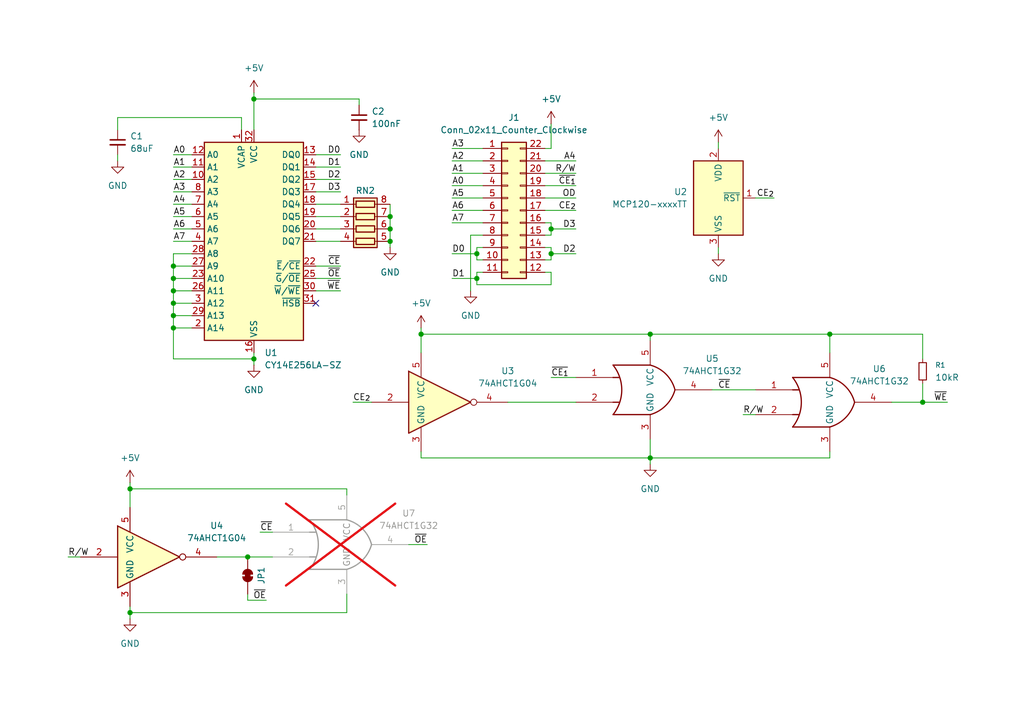
<source format=kicad_sch>
(kicad_sch (version 20250114) (generator "eeschema") (generator_version "9.0")
  (paper "A5")
  (lib_symbols
    (symbol "74xGxx:74AHCT1G04"
      (property "Reference" "U" (at -2.54 3.81 0))
      (property "Value" "74AHCT1G04" (at 0 -3.81 0))
      (symbol "74AHCT1G04_0_1"
        (polyline (pts (xy -7.62 6.35) (xy -7.62 -6.35) (xy 5.08 0) (xy -7.62 6.35)) (stroke (width 0.254)) (fill (type background)))
      )
      (symbol "74AHCT1G04_1_1"
        (pin input line (at -15.24 0 0) (length 7.62) (name "~") (number "2"))
        (pin power_in line (at -5.08 10.16 270) (length 5.08) (name "VCC") (number "5"))
        (pin power_in line (at -5.08 -10.16 90) (length 5.08) (name "GND") (number "3"))
        (pin output inverted (at 12.7 0 180) (length 7.62) (name "~") (number "4"))
      )
    )
    (symbol "74xGxx:74AHCT1G32"
      (property "Reference" "U" (at -2.54 3.81 0))
      (property "Value" "74AHCT1G32" (at 0 -3.81 0))
      (symbol "74AHCT1G32_0_1"
        (arc (start -7.62 5.08) (mid -5.838 0) (end -7.62 -5.08) (stroke (width 0.254)))
        (polyline (pts (xy -7.62 2.54) (xy -6.35 2.54)) (stroke (width 0.254)) (fill (type background)))
        (polyline (pts (xy -7.62 -2.54) (xy -6.35 -2.54)) (stroke (width 0.254)) (fill (type background)))
        (arc (start 5.08 0) (mid 3.202 -3.202) (end 0 -5.08) (stroke (width 0.254)))
        (arc (start 0 5.08) (mid 3.2271 3.2271) (end 5.08 0) (stroke (width 0.254)))
        (polyline (pts (xy 0 5.08) (xy -7.62 5.08)) (stroke (width 0.254)) (fill (type background)))
        (polyline (pts (xy 0 -5.08) (xy -7.62 -5.08)) (stroke (width 0.254)) (fill (type background)))
      )
      (symbol "74AHCT1G32_1_1"
        (pin input line (at -15.24 2.54 0) (length 7.62) (name "~") (number "1"))
        (pin input line (at -15.24 -2.54 0) (length 7.62) (name "~") (number "2"))
        (pin power_in line (at 0 10.16 270) (length 5.08) (name "VCC") (number "5"))
        (pin power_in line (at 0 -10.16 90) (length 5.08) (name "GND") (number "3"))
        (pin output line (at 12.7 0 180) (length 7.62) (name "~") (number "4"))
      )
    )
    (symbol "Connector_Generic:Conn_02x11_Counter_Clockwise" (pin_names (offset 1.016) (hide yes))
      (property "Reference" "J" (at 1.27 15.24 0))
      (property "Value" "Conn_02x11_Counter_Clockwise" (at 1.27 -15.24 0))
      (symbol "Conn_02x11_Counter_Clockwise_1_1"
        (rectangle (start -1.27 13.97) (end 3.81 -13.97) (stroke (width 0.254)) (fill (type background)))
        (rectangle (start -1.27 12.827) (end 0 12.573) (stroke (width 0.1524)))
        (rectangle (start -1.27 10.287) (end 0 10.033) (stroke (width 0.1524)))
        (rectangle (start -1.27 7.747) (end 0 7.493) (stroke (width 0.1524)))
        (rectangle (start -1.27 5.207) (end 0 4.953) (stroke (width 0.1524)))
        (rectangle (start -1.27 2.667) (end 0 2.413) (stroke (width 0.1524)))
        (rectangle (start -1.27 0.127) (end 0 -0.127) (stroke (width 0.1524)))
        (rectangle (start -1.27 -2.413) (end 0 -2.667) (stroke (width 0.1524)))
        (rectangle (start -1.27 -4.953) (end 0 -5.207) (stroke (width 0.1524)))
        (rectangle (start -1.27 -7.493) (end 0 -7.747) (stroke (width 0.1524)))
        (rectangle (start -1.27 -10.033) (end 0 -10.287) (stroke (width 0.1524)))
        (rectangle (start -1.27 -12.573) (end 0 -12.827) (stroke (width 0.1524)))
        (rectangle (start 3.81 12.827) (end 2.54 12.573) (stroke (width 0.1524)))
        (rectangle (start 3.81 10.287) (end 2.54 10.033) (stroke (width 0.1524)))
        (rectangle (start 3.81 7.747) (end 2.54 7.493) (stroke (width 0.1524)))
        (rectangle (start 3.81 5.207) (end 2.54 4.953) (stroke (width 0.1524)))
        (rectangle (start 3.81 2.667) (end 2.54 2.413) (stroke (width 0.1524)))
        (rectangle (start 3.81 0.127) (end 2.54 -0.127) (stroke (width 0.1524)))
        (rectangle (start 3.81 -2.413) (end 2.54 -2.667) (stroke (width 0.1524)))
        (rectangle (start 3.81 -4.953) (end 2.54 -5.207) (stroke (width 0.1524)))
        (rectangle (start 3.81 -7.493) (end 2.54 -7.747) (stroke (width 0.1524)))
        (rectangle (start 3.81 -10.033) (end 2.54 -10.287) (stroke (width 0.1524)))
        (rectangle (start 3.81 -12.573) (end 2.54 -12.827) (stroke (width 0.1524)))
        (pin passive line (at -5.08 12.7 0) (length 3.81) (name "Pin_1") (number "1"))
        (pin passive line (at -5.08 10.16 0) (length 3.81) (name "Pin_2") (number "2"))
        (pin passive line (at -5.08 7.62 0) (length 3.81) (name "Pin_3") (number "3"))
        (pin passive line (at -5.08 5.08 0) (length 3.81) (name "Pin_4") (number "4"))
        (pin passive line (at -5.08 2.54 0) (length 3.81) (name "Pin_5") (number "5"))
        (pin passive line (at -5.08 0 0) (length 3.81) (name "Pin_6") (number "6"))
        (pin passive line (at -5.08 -2.54 0) (length 3.81) (name "Pin_7") (number "7"))
        (pin passive line (at -5.08 -5.08 0) (length 3.81) (name "Pin_8") (number "8"))
        (pin passive line (at -5.08 -7.62 0) (length 3.81) (name "Pin_9") (number "9"))
        (pin passive line (at -5.08 -10.16 0) (length 3.81) (name "Pin_10") (number "10"))
        (pin passive line (at -5.08 -12.7 0) (length 3.81) (name "Pin_11") (number "11"))
        (pin passive line (at 7.62 12.7 180) (length 3.81) (name "Pin_22") (number "22"))
        (pin passive line (at 7.62 10.16 180) (length 3.81) (name "Pin_21") (number "21"))
        (pin passive line (at 7.62 7.62 180) (length 3.81) (name "Pin_20") (number "20"))
        (pin passive line (at 7.62 5.08 180) (length 3.81) (name "Pin_19") (number "19"))
        (pin passive line (at 7.62 2.54 180) (length 3.81) (name "Pin_18") (number "18"))
        (pin passive line (at 7.62 0 180) (length 3.81) (name "Pin_17") (number "17"))
        (pin passive line (at 7.62 -2.54 180) (length 3.81) (name "Pin_16") (number "16"))
        (pin passive line (at 7.62 -5.08 180) (length 3.81) (name "Pin_15") (number "15"))
        (pin passive line (at 7.62 -7.62 180) (length 3.81) (name "Pin_14") (number "14"))
        (pin passive line (at 7.62 -10.16 180) (length 3.81) (name "Pin_13") (number "13"))
        (pin passive line (at 7.62 -12.7 180) (length 3.81) (name "Pin_12") (number "12"))
      )
    )
    (symbol "Device:C_Small" (pin_numbers (hide yes)) (pin_names (offset 0.254) (hide yes))
      (property "Reference" "C" (at 0.254 1.778 0))
      (property "Value" "C_Small" (at 0.254 -2.032 0))
      (symbol "C_Small_0_1"
        (polyline (pts (xy -1.524 0.508) (xy 1.524 0.508)) (stroke (width 0.3048)))
        (polyline (pts (xy -1.524 -0.508) (xy 1.524 -0.508)) (stroke (width 0.3302)))
      )
      (symbol "C_Small_1_1"
        (pin passive line (at 0 2.54 270) (length 2.032) (name "~") (number "1"))
        (pin passive line (at 0 -2.54 90) (length 2.032) (name "~") (number "2"))
      )
    )
    (symbol "Device:R_Small" (pin_numbers (hide yes)) (pin_names (offset 0.254) (hide yes))
      (property "Reference" "R" (at 0 0 90))
      (property "Value" "R_Small" (at 1.778 0 90))
      (symbol "R_Small_0_1"
        (rectangle (start -0.762 1.778) (end 0.762 -1.778) (stroke (width 0.2032)))
      )
      (symbol "R_Small_1_1"
        (pin passive line (at 0 2.54 270) (length 0.762) (name "~") (number "1"))
        (pin passive line (at 0 -2.54 90) (length 0.762) (name "~") (number "2"))
      )
    )
    (symbol "Jumper:SolderJumper_2_Bridged" (pin_numbers (hide yes)) (pin_names (offset 0) (hide yes)) (in_bom no)
      (property "Reference" "JP" (at 0 2.032 0))
      (property "Value" "SolderJumper_2_Bridged" (at 0 -2.54 0))
      (symbol "SolderJumper_2_Bridged_0_1"
        (rectangle (start -0.508 0.508) (end 0.508 -0.508) (fill (type outline)))
        (polyline (pts (xy -0.254 1.016) (xy -0.254 -1.016)))
        (arc (start -0.254 -1.016) (mid -1.2656 0) (end -0.254 1.016))
        (arc (start -0.254 -1.016) (mid -1.2656 0) (end -0.254 1.016) (fill (type outline)))
        (arc (start 0.254 1.016) (mid 1.2656 0) (end 0.254 -1.016))
        (arc (start 0.254 1.016) (mid 1.2656 0) (end 0.254 -1.016) (fill (type outline)))
        (polyline (pts (xy 0.254 1.016) (xy 0.254 -1.016)))
      )
      (symbol "SolderJumper_2_Bridged_1_1"
        (pin passive line (at -3.81 0 0) (length 2.54) (name "A") (number "1"))
        (pin passive line (at 3.81 0 180) (length 2.54) (name "B") (number "2"))
      )
    )
    (symbol "Memory_NVRAM:CY14E256LA-SZ"
      (property "Reference" "U" (at -10.16 20.955 0))
      (property "Value" "CY14E256LA-SZ" (at 2.54 20.955 0))
      (symbol "CY14E256LA-SZ_0_0"
        (pin power_in line (at 0 22.86 270) (length 2.54) (name "VCC") (number "32"))
        (pin power_in line (at 0 -22.86 90) (length 2.54) (name "VSS") (number "16"))
      )
      (symbol "CY14E256LA-SZ_0_1"
        (rectangle (start -10.16 20.32) (end 10.16 -20.32) (stroke (width 0.254)) (fill (type background)))
      )
      (symbol "CY14E256LA-SZ_1_1"
        (pin input line (at -12.7 17.78 0) (length 2.54) (name "A0") (number "12"))
        (pin input line (at -12.7 15.24 0) (length 2.54) (name "A1") (number "11"))
        (pin input line (at -12.7 12.7 0) (length 2.54) (name "A2") (number "10"))
        (pin input line (at -12.7 10.16 0) (length 2.54) (name "A3") (number "8"))
        (pin input line (at -12.7 7.62 0) (length 2.54) (name "A4") (number "7"))
        (pin input line (at -12.7 5.08 0) (length 2.54) (name "A5") (number "6"))
        (pin input line (at -12.7 2.54 0) (length 2.54) (name "A6") (number "5"))
        (pin input line (at -12.7 0 0) (length 2.54) (name "A7") (number "4"))
        (pin input line (at -12.7 -2.54 0) (length 2.54) (name "A8") (number "28"))
        (pin input line (at -12.7 -5.08 0) (length 2.54) (name "A9") (number "27"))
        (pin input line (at -12.7 -7.62 0) (length 2.54) (name "A10") (number "23"))
        (pin input line (at -12.7 -10.16 0) (length 2.54) (name "A11") (number "26"))
        (pin input line (at -12.7 -12.7 0) (length 2.54) (name "A12") (number "3"))
        (pin input line (at -12.7 -15.24 0) (length 2.54) (name "A13") (number "29"))
        (pin input line (at -12.7 -17.78 0) (length 2.54) (name "A14") (number "2"))
        (pin power_in line (at -2.54 22.86 270) (length 2.54) (name "VCAP") (number "1"))
        (pin no_connect line (at 10.16 -15.24 180) (length 2.54) (hide yes) (name "NC") (number "9"))
        (pin no_connect line (at 10.16 -17.78 180) (length 2.54) (hide yes) (name "NC") (number "24"))
        (pin tri_state line (at 12.7 17.78 180) (length 2.54) (name "DQ0") (number "13"))
        (pin tri_state line (at 12.7 15.24 180) (length 2.54) (name "DQ1") (number "14"))
        (pin tri_state line (at 12.7 12.7 180) (length 2.54) (name "DQ2") (number "15"))
        (pin tri_state line (at 12.7 10.16 180) (length 2.54) (name "DQ3") (number "17"))
        (pin tri_state line (at 12.7 7.62 180) (length 2.54) (name "DQ4") (number "18"))
        (pin tri_state line (at 12.7 5.08 180) (length 2.54) (name "DQ5") (number "19"))
        (pin tri_state line (at 12.7 2.54 180) (length 2.54) (name "DQ6") (number "20"))
        (pin tri_state line (at 12.7 0 180) (length 2.54) (name "DQ7") (number "21"))
        (pin input line (at 12.7 -5.08 180) (length 2.54) (name "~{E}/~{CE}") (number "22"))
        (pin input line (at 12.7 -7.62 180) (length 2.54) (name "~{G}/~{OE}") (number "25"))
        (pin input line (at 12.7 -10.16 180) (length 2.54) (name "~{W}/~{WE}") (number "30"))
        (pin bidirectional line (at 12.7 -12.7 180) (length 2.54) (name "~{HSB}") (number "31"))
      )
    )
    (symbol "PCM_Resistor_AKL:R_4x0603_Convex" (pin_names (offset 0.002) (hide yes))
      (property "Reference" "RN" (at 5.08 1.27 0))
      (property "Value" "R_4x0603_Convex" (at 5.08 -1.27 0))
      (symbol "R_4x0603_Convex_0_1"
        (rectangle (start -6.35 -2.413) (end 3.81 2.413) (stroke (width 0.254)) (fill (type background)))
        (rectangle (start -5.715 1.905) (end -4.445 -1.905) (stroke (width 0.254)))
        (polyline (pts (xy -5.08 1.905) (xy -5.08 2.54)))
        (polyline (pts (xy -5.08 -2.54) (xy -5.08 -1.905)))
        (rectangle (start -3.175 1.905) (end -1.905 -1.905) (stroke (width 0.254)))
        (polyline (pts (xy -2.54 1.905) (xy -2.54 2.54)))
        (polyline (pts (xy -2.54 -2.54) (xy -2.54 -1.905)))
        (rectangle (start -0.635 1.905) (end 0.635 -1.905) (stroke (width 0.254)))
        (polyline (pts (xy 0 1.905) (xy 0 2.54)))
        (polyline (pts (xy 0 -2.54) (xy 0 -1.905)))
        (rectangle (start 1.905 1.905) (end 3.175 -1.905) (stroke (width 0.254)))
        (polyline (pts (xy 2.54 1.905) (xy 2.54 2.54)))
        (polyline (pts (xy 2.54 -2.54) (xy 2.54 -1.905)))
      )
      (symbol "R_4x0603_Convex_1_1"
        (pin passive line (at -5.08 5.08 270) (length 2.54) (name "R1.2") (number "8"))
        (pin passive line (at -5.08 -5.08 90) (length 2.54) (name "R1.1") (number "1"))
        (pin passive line (at -2.54 5.08 270) (length 2.54) (name "R2.2") (number "7"))
        (pin passive line (at -2.54 -5.08 90) (length 2.54) (name "R2.1") (number "2"))
        (pin passive line (at 0 5.08 270) (length 2.54) (name "R3.2") (number "6"))
        (pin passive line (at 0 -5.08 90) (length 2.54) (name "R3.1") (number "3"))
        (pin passive line (at 2.54 5.08 270) (length 2.54) (name "R4.2") (number "5"))
        (pin passive line (at 2.54 -5.08 90) (length 2.54) (name "R4.1") (number "4"))
      )
    )
    (symbol "Power_Supervisor:MCP120-xxxxTT"
      (property "Reference" "U" (at -5.08 8.89 0))
      (property "Value" "MCP120-xxxxTT" (at 8.89 8.89 0))
      (symbol "MCP120-xxxxTT_0_1"
        (rectangle (start 5.08 7.62) (end -5.08 -7.62) (stroke (width 0.254)) (fill (type background)))
      )
      (symbol "MCP120-xxxxTT_1_1"
        (pin power_in line (at 0 10.16 270) (length 2.54) (name "VDD") (number "2"))
        (pin power_in line (at 0 -10.16 90) (length 2.54) (name "VSS") (number "3"))
        (pin open_collector line (at 7.62 0 180) (length 2.54) (name "~{RST}") (number "1"))
      )
    )
    (symbol "power:+5V" (power) (pin_numbers (hide yes)) (pin_names (offset 0) (hide yes))
      (property "Value" "+5V" (at 0 3.556 0))
      (symbol "+5V_0_1"
        (polyline (pts (xy -0.762 1.27) (xy 0 2.54)))
        (polyline (pts (xy 0 2.54) (xy 0.762 1.27)))
        (polyline (pts (xy 0 0) (xy 0 2.54)))
      )
      (symbol "+5V_1_1"
        (pin power_in line (at 0 0 90) (length 0) (name "~") (number "1"))
      )
    )
    (symbol "power:GND" (power) (pin_numbers (hide yes)) (pin_names (offset 0) (hide yes))
      (property "Value" "GND" (at 0 -3.81 0))
      (symbol "GND_0_1"
        (polyline (pts (xy 0 0) (xy 0 -1.27) (xy 1.27 -1.27) (xy 0 -2.54) (xy -1.27 -1.27) (xy 0 -1.27)))
      )
      (symbol "GND_1_1"
        (pin power_in line (at 0 0 270) (length 0) (name "~") (number "1"))
      )
    )
  )
  (junction (at 97.79 52.07))
  (junction (at 80.01 44.45))
  (junction (at 97.79 57.15))
  (junction (at 80.01 49.53))
  (junction (at 50.8 114.3))
  (junction (at 26.67 125.73))
  (junction (at 113.03 52.07))
  (junction (at 35.56 54.61))
  (junction (at 133.35 68.58))
  (junction (at 35.56 67.31))
  (junction (at 170.18 68.58))
  (junction (at 52.07 73.66))
  (junction (at 133.35 93.98))
  (junction (at 113.03 46.99))
  (junction (at 35.56 62.23))
  (junction (at 35.56 59.69))
  (junction (at 86.36 68.58))
  (junction (at 189.23 82.55))
  (junction (at 35.56 57.15))
  (junction (at 35.56 64.77))
  (junction (at 26.67 100.33))
  (junction (at 80.01 46.99))
  (junction (at 52.07 20.32))
  (no_connect (at 64.77 62.23))
  (wire (pts (xy 147.32 52.07) (xy 147.32 50.8)))
  (wire (pts (xy 92.71 38.1) (xy 99.06 38.1)))
  (wire (pts (xy 99.06 50.8) (xy 97.79 50.8)))
  (wire (pts (xy 113.03 58.42) (xy 113.03 55.88)))
  (wire (pts (xy 113.03 53.34) (xy 111.76 53.34)))
  (wire (pts (xy 92.71 30.48) (xy 99.06 30.48)))
  (wire (pts (xy 113.03 50.8) (xy 113.03 52.07)))
  (wire (pts (xy 133.35 68.58) (xy 170.18 68.58)))
  (wire (pts (xy 35.56 34.29) (xy 39.37 34.29)))
  (wire (pts (xy 64.77 57.15) (xy 69.85 57.15)))
  (wire (pts (xy 111.76 35.56) (xy 118.11 35.56)))
  (wire (pts (xy 154.94 40.64) (xy 158.75 40.64)))
  (wire (pts (xy 50.8 123.19) (xy 54.61 123.19)))
  (wire (pts (xy 35.56 67.31) (xy 35.56 73.66)))
  (wire (pts (xy 26.67 100.33) (xy 26.67 104.14)))
  (wire (pts (xy 35.56 64.77) (xy 35.56 67.31)))
  (wire (pts (xy 189.23 78.74) (xy 189.23 82.55)))
  (wire (pts (xy 71.12 125.73) (xy 71.12 121.92)))
  (wire (pts (xy 35.56 46.99) (xy 39.37 46.99)))
  (wire (pts (xy 64.77 34.29) (xy 69.85 34.29)))
  (wire (pts (xy 86.36 92.71) (xy 86.36 93.98)))
  (wire (pts (xy 83.82 111.76) (xy 87.63 111.76)))
  (wire (pts (xy 80.01 46.99) (xy 80.01 49.53)))
  (wire (pts (xy 35.56 49.53) (xy 39.37 49.53)))
  (wire (pts (xy 133.35 93.98) (xy 86.36 93.98)))
  (wire (pts (xy 52.07 20.32) (xy 52.07 26.67)))
  (wire (pts (xy 69.85 46.99) (xy 64.77 46.99)))
  (wire (pts (xy 111.76 43.18) (xy 118.11 43.18)))
  (wire (pts (xy 86.36 68.58) (xy 86.36 72.39)))
  (wire (pts (xy 111.76 30.48) (xy 113.03 30.48)))
  (wire (pts (xy 72.39 82.55) (xy 76.2 82.55)))
  (wire (pts (xy 13.97 114.3) (xy 16.51 114.3)))
  (wire (pts (xy 92.71 45.72) (xy 99.06 45.72)))
  (wire (pts (xy 97.79 52.07) (xy 97.79 53.34)))
  (wire (pts (xy 80.01 41.91) (xy 80.01 44.45)))
  (wire (pts (xy 182.88 82.55) (xy 189.23 82.55)))
  (wire (pts (xy 53.34 109.22) (xy 55.88 109.22)))
  (wire (pts (xy 44.45 114.3) (xy 50.8 114.3)))
  (wire (pts (xy 170.18 93.98) (xy 170.18 92.71)))
  (wire (pts (xy 64.77 54.61) (xy 69.85 54.61)))
  (wire (pts (xy 35.56 52.07) (xy 35.56 54.61)))
  (wire (pts (xy 113.03 45.72) (xy 111.76 45.72)))
  (wire (pts (xy 96.52 48.26) (xy 96.52 59.69)))
  (wire (pts (xy 133.35 93.98) (xy 133.35 95.25)))
  (wire (pts (xy 189.23 68.58) (xy 189.23 73.66)))
  (wire (pts (xy 113.03 45.72) (xy 113.03 46.99)))
  (wire (pts (xy 26.67 125.73) (xy 71.12 125.73)))
  (wire (pts (xy 97.79 53.34) (xy 99.06 53.34)))
  (wire (pts (xy 52.07 74.93) (xy 52.07 73.66)))
  (wire (pts (xy 99.06 48.26) (xy 96.52 48.26)))
  (wire (pts (xy 97.79 50.8) (xy 97.79 52.07)))
  (wire (pts (xy 80.01 44.45) (xy 80.01 46.99)))
  (wire (pts (xy 118.11 46.99) (xy 113.03 46.99)))
  (wire (pts (xy 133.35 68.58) (xy 133.35 69.85)))
  (wire (pts (xy 26.67 127) (xy 26.67 125.73)))
  (wire (pts (xy 64.77 59.69) (xy 69.85 59.69)))
  (wire (pts (xy 152.4 85.09) (xy 154.94 85.09)))
  (wire (pts (xy 35.56 41.91) (xy 39.37 41.91)))
  (wire (pts (xy 35.56 54.61) (xy 35.56 57.15)))
  (wire (pts (xy 170.18 68.58) (xy 189.23 68.58)))
  (wire (pts (xy 86.36 67.31) (xy 86.36 68.58)))
  (wire (pts (xy 69.85 44.45) (xy 64.77 44.45)))
  (wire (pts (xy 35.56 64.77) (xy 39.37 64.77)))
  (wire (pts (xy 52.07 20.32) (xy 73.66 20.32)))
  (wire (pts (xy 52.07 19.05) (xy 52.07 20.32)))
  (wire (pts (xy 92.71 52.07) (xy 97.79 52.07)))
  (wire (pts (xy 49.53 24.13) (xy 24.13 24.13)))
  (wire (pts (xy 92.71 57.15) (xy 97.79 57.15)))
  (wire (pts (xy 69.85 41.91) (xy 64.77 41.91)))
  (wire (pts (xy 133.35 90.17) (xy 133.35 93.98)))
  (wire (pts (xy 92.71 33.02) (xy 99.06 33.02)))
  (wire (pts (xy 92.71 43.18) (xy 99.06 43.18)))
  (wire (pts (xy 113.03 48.26) (xy 111.76 48.26)))
  (wire (pts (xy 113.03 30.48) (xy 113.03 25.4)))
  (wire (pts (xy 35.56 31.75) (xy 39.37 31.75)))
  (wire (pts (xy 52.07 73.66) (xy 52.07 72.39)))
  (wire (pts (xy 24.13 24.13) (xy 24.13 26.67)))
  (wire (pts (xy 64.77 31.75) (xy 69.85 31.75)))
  (wire (pts (xy 35.56 73.66) (xy 52.07 73.66)))
  (wire (pts (xy 49.53 26.67) (xy 49.53 24.13)))
  (wire (pts (xy 73.66 20.32) (xy 73.66 21.59)))
  (wire (pts (xy 26.67 99.06) (xy 26.67 100.33)))
  (wire (pts (xy 35.56 57.15) (xy 39.37 57.15)))
  (wire (pts (xy 113.03 46.99) (xy 113.03 48.26)))
  (wire (pts (xy 113.03 77.47) (xy 118.11 77.47)))
  (wire (pts (xy 71.12 100.33) (xy 71.12 101.6)))
  (wire (pts (xy 39.37 52.07) (xy 35.56 52.07)))
  (wire (pts (xy 92.71 35.56) (xy 99.06 35.56)))
  (wire (pts (xy 189.23 82.55) (xy 194.31 82.55)))
  (wire (pts (xy 35.56 44.45) (xy 39.37 44.45)))
  (wire (pts (xy 35.56 59.69) (xy 39.37 59.69)))
  (wire (pts (xy 35.56 54.61) (xy 39.37 54.61)))
  (wire (pts (xy 170.18 68.58) (xy 170.18 72.39)))
  (wire (pts (xy 26.67 100.33) (xy 71.12 100.33)))
  (wire (pts (xy 111.76 50.8) (xy 113.03 50.8)))
  (wire (pts (xy 146.05 80.01) (xy 154.94 80.01)))
  (wire (pts (xy 35.56 62.23) (xy 35.56 64.77)))
  (wire (pts (xy 111.76 33.02) (xy 118.11 33.02)))
  (wire (pts (xy 80.01 49.53) (xy 80.01 50.8)))
  (wire (pts (xy 35.56 62.23) (xy 39.37 62.23)))
  (wire (pts (xy 97.79 58.42) (xy 113.03 58.42)))
  (wire (pts (xy 50.8 121.92) (xy 50.8 123.19)))
  (wire (pts (xy 113.03 52.07) (xy 113.03 53.34)))
  (wire (pts (xy 35.56 39.37) (xy 39.37 39.37)))
  (wire (pts (xy 99.06 55.88) (xy 97.79 55.88)))
  (wire (pts (xy 86.36 68.58) (xy 133.35 68.58)))
  (wire (pts (xy 97.79 55.88) (xy 97.79 57.15)))
  (wire (pts (xy 97.79 57.15) (xy 97.79 58.42)))
  (wire (pts (xy 24.13 31.75) (xy 24.13 33.02)))
  (wire (pts (xy 111.76 40.64) (xy 118.11 40.64)))
  (wire (pts (xy 92.71 40.64) (xy 99.06 40.64)))
  (wire (pts (xy 35.56 36.83) (xy 39.37 36.83)))
  (wire (pts (xy 113.03 55.88) (xy 111.76 55.88)))
  (wire (pts (xy 69.85 49.53) (xy 64.77 49.53)))
  (wire (pts (xy 147.32 29.21) (xy 147.32 30.48)))
  (wire (pts (xy 35.56 57.15) (xy 35.56 59.69)))
  (wire (pts (xy 64.77 36.83) (xy 69.85 36.83)))
  (wire (pts (xy 104.14 82.55) (xy 118.11 82.55)))
  (wire (pts (xy 26.67 125.73) (xy 26.67 124.46)))
  (wire (pts (xy 35.56 59.69) (xy 35.56 62.23)))
  (wire (pts (xy 133.35 93.98) (xy 170.18 93.98)))
  (wire (pts (xy 64.77 39.37) (xy 69.85 39.37)))
  (wire (pts (xy 35.56 67.31) (xy 39.37 67.31)))
  (wire (pts (xy 111.76 38.1) (xy 118.11 38.1)))
  (wire (pts (xy 118.11 52.07) (xy 113.03 52.07)))
  (wire (pts (xy 50.8 114.3) (xy 55.88 114.3)))
  (label "~{OE}" (at 87.63 111.76 180))
  (label "D3" (at 69.85 39.37 180))
  (label "D3" (at 118.11 46.99 180))
  (label "A7" (at 35.56 49.53 0))
  (label "A4" (at 118.11 33.02 180))
  (label "A2" (at 35.56 36.83 0))
  (label "D2" (at 69.85 36.83 180))
  (label "A6" (at 35.56 46.99 0))
  (label "A3" (at 35.56 39.37 0))
  (label "R/W" (at 13.97 114.3 0))
  (label "D0" (at 69.85 31.75 180))
  (label "CE_{2}" (at 72.39 82.55 0))
  (label "A0" (at 92.71 38.1 0))
  (label "R/W" (at 152.4 85.09 0))
  (label "A7" (at 92.71 45.72 0))
  (label "CE_{2}" (at 118.11 43.18 180))
  (label "~{CE_{1}}" (at 113.03 77.47 0))
  (label "~{CE}" (at 69.85 54.61 180))
  (label "~{CE}" (at 53.34 109.22 0))
  (label "A5" (at 35.56 44.45 0))
  (label "D1" (at 92.71 57.15 0))
  (label "OD" (at 118.11 40.64 180))
  (label "A4" (at 35.56 41.91 0))
  (label "R/W" (at 118.11 35.56 180))
  (label "~{WE}" (at 194.31 82.55 180))
  (label "~{WE}" (at 69.85 59.69 180))
  (label "A5" (at 92.71 40.64 0))
  (label "~{OE}" (at 69.85 57.15 180))
  (label "A6" (at 92.71 43.18 0))
  (label "A3" (at 92.71 30.48 0))
  (label "~{CE}" (at 149.86 80.01 180))
  (label "A2" (at 92.71 33.02 0))
  (label "D2" (at 118.11 52.07 180))
  (label "A0" (at 35.56 31.75 0))
  (label "~{OE}" (at 54.61 123.19 180))
  (label "~{CE_{1}}" (at 118.11 38.1 180))
  (label "D1" (at 69.85 34.29 180))
  (label "CE_{2}" (at 158.75 40.64 180))
  (label "A1" (at 92.71 35.56 0))
  (label "A1" (at 35.56 34.29 0))
  (label "D0" (at 92.71 52.07 0))
  (symbol (lib_id "power:+5V") (at 26.67 99.06 0) (unit 1)
    (property "Reference" "#PWR09" (effects (hide yes)))
    (property "Value" "+5V" (at 26.67 93.98 0))
    (property "Description" "Power symbol creates a global label with name \"+5V\"" (effects (hide yes)))
  )
  (symbol (lib_id "power:GND") (at 133.35 95.25 0) (unit 1)
    (property "Reference" "#PWR07" (effects (hide yes)))
    (property "Value" "GND" (at 133.35 100.33 0))
    (property "Description" "Power symbol creates a global label with name \"GND\" , ground" (effects (hide yes)))
  )
  (symbol (lib_id "power:GND") (at 147.32 52.07 0) (unit 1)
    (property "Reference" "#PWR05" (effects (hide yes)))
    (property "Value" "GND" (at 147.32 57.15 0))
    (property "Description" "Power symbol creates a global label with name \"GND\" , ground" (effects (hide yes)))
  )
  (symbol (lib_id "Power_Supervisor:MCP120-xxxxTT") (at 147.32 40.64 0) (unit 1)
    (property "Reference" "U2" (at 140.97 39.3699 0) (effects (justify right)))
    (property "Value" "MCP120-xxxxTT" (at 140.97 41.9099 0) (effects (justify right)))
    (property "Footprint" "Package_TO_SOT_SMD:SOT-23" (effects (hide yes)))
    (property "Datasheet" "http://ww1.microchip.com/downloads/en/DeviceDoc/11184d.pdf" (effects (hide yes)))
    (property "Description" "Microcontroller supervisory circuit, SOT-23" (effects (hide yes)))
  )
  (symbol (lib_id "power:GND") (at 73.66 26.67 0) (unit 1)
    (property "Reference" "#PWR04" (effects (hide yes)))
    (property "Value" "GND" (at 73.66 31.75 0))
    (property "Description" "Power symbol creates a global label with name \"GND\" , ground" (effects (hide yes)))
  )
  (symbol (lib_id "74xGxx:74AHCT1G32") (at 170.18 82.55 0) (unit 1)
    (property "Reference" "U6" (at 180.34 75.692 0))
    (property "Value" "74AHCT1G32" (at 180.34 78.232 0))
    (property "Footprint" "Package_TO_SOT_SMD:SOT-23-5" (effects (hide yes)))
    (property "Datasheet" "http://www.ti.com/lit/sg/scyt129e/scyt129e.pdf" (effects (hide yes)))
    (property "Description" "Single OR Gate, Low-Voltage CMOS" (effects (hide yes)))
  )
  (symbol (lib_id "Jumper:SolderJumper_2_Bridged") (at 50.8 118.11 270) (unit 1) (in_bom no)
    (property "Reference" "JP1" (at 53.594 118.11 0))
    (property "Value" "OE_JMP" (effects (hide yes)))
    (property "Footprint" "Jumper:SolderJumper-2_P1.3mm_Bridged_RoundedPad1.0x1.5mm" (effects (hide yes)))
    (property "Description" "Solder Jumper, 2-pole, closed/bridged" (effects (hide yes)))
  )
  (symbol (lib_id "power:+5V") (at 113.03 25.4 0) (unit 1)
    (property "Reference" "#PWR013" (effects (hide yes)))
    (property "Value" "+5V" (at 113.03 20.32 0))
    (property "Description" "Power symbol creates a global label with name \"+5V\"" (effects (hide yes)))
  )
  (symbol (lib_id "power:+5V") (at 86.36 67.31 0) (unit 1)
    (property "Reference" "#PWR08" (effects (hide yes)))
    (property "Value" "+5V" (at 86.36 62.23 0))
    (property "Description" "Power symbol creates a global label with name \"+5V\"" (effects (hide yes)))
  )
  (symbol (lib_id "power:GND") (at 96.52 59.69 0) (unit 1)
    (property "Reference" "#PWR012" (effects (hide yes)))
    (property "Value" "GND" (at 96.52 64.77 0))
    (property "Description" "Power symbol creates a global label with name \"GND\" , ground" (effects (hide yes)))
  )
  (symbol (lib_id "Device:R_Small") (at 189.23 76.2 0) (unit 1)
    (property "Reference" "R1" (at 191.77 74.9299 0) (effects (font (size 1.016 1.016)) (justify left)))
    (property "Value" "10kR" (at 191.77 77.4699 0) (effects (justify left)))
    (property "Footprint" "Resistor_SMD:R_0402_1005Metric" (effects (hide yes)))
    (property "Description" "Resistor, small symbol" (effects (hide yes)))
  )
  (symbol (lib_id "power:GND") (at 80.01 50.8 0) (unit 1)
    (property "Reference" "#PWR06" (effects (hide yes)))
    (property "Value" "GND" (at 80.01 55.88 0))
    (property "Description" "Power symbol creates a global label with name \"GND\" , ground" (effects (hide yes)))
  )
  (symbol (lib_id "74xGxx:74AHCT1G32") (at 133.35 80.01 0) (unit 1)
    (property "Reference" "U5" (at 146.05 73.5898 0))
    (property "Value" "74AHCT1G32" (at 146.05 76.1298 0))
    (property "Footprint" "Package_TO_SOT_SMD:SOT-23-5" (effects (hide yes)))
    (property "Datasheet" "http://www.ti.com/lit/sg/scyt129e/scyt129e.pdf" (effects (hide yes)))
    (property "Description" "Single OR Gate, Low-Voltage CMOS" (effects (hide yes)))
  )
  (symbol (lib_id "Memory_NVRAM:CY14E256LA-SZ") (at 52.07 49.53 0) (unit 1)
    (property "Reference" "U1" (at 54.2133 72.39 0) (effects (justify left)))
    (property "Value" "CY14E256LA-SZ" (at 54.2133 74.93 0) (effects (justify left)))
    (property "Footprint" "Package_SO:SOIC-32_7.518x20.777mm_P1.27mm" (effects (hide yes)))
    (property "Datasheet" "https://www.infineon.com/dgdl/Infineon-CY14E256LA_256-Kbit_(32_K_8)_nvSRAM-DataSheet-v12_00-EN.pdf?fileId=8ac78c8c7d0d8da4017d0ebf920b33f5" (effects (hide yes)))
    (property "Description" "256-Kbit (32K x 8-bit) nvSRAM, single 5V +/-10% operation, 25/45ns, SOIC-32" (effects (hide yes)))
  )
  (symbol (lib_id "power:GND") (at 52.07 74.93 0) (unit 1)
    (property "Reference" "#PWR01" (effects (hide yes)))
    (property "Value" "GND" (at 52.07 80.01 0))
    (property "Description" "Power symbol creates a global label with name \"GND\" , ground" (effects (hide yes)))
  )
  (symbol (lib_id "PCM_Resistor_AKL:R_4x0603_Convex") (at 74.93 46.99 270) (unit 1)
    (property "Reference" "RN2" (at 74.93 39.116 90))
    (property "Value" "R_4x0603_Convex" (effects (hide yes)))
    (property "Footprint" "PCM_Resistor_SMD_AKL:R_Array_Convex_4x0603" (effects (hide yes)))
    (property "Description" "4x0603 SMD Resistor Network, Isolated, European Symbol, Alternate KiCad Library" (effects (hide yes)))
  )
  (symbol (lib_id "Connector_Generic:Conn_02x11_Counter_Clockwise") (at 104.14 43.18 0) (unit 1)
    (property "Reference" "J1" (at 105.41 24.13 0))
    (property "Value" "Conn_02x11_Counter_Clockwise" (at 105.41 26.67 0))
    (property "Footprint" "Package_DIP:DIP-22_W7.62mm_Socket" (effects (hide yes)))
    (property "Description" "Generic connector, double row, 02x11, counter clockwise pin numbering scheme (similar to DIP package numbering), script generated (kicad-library-utils/schlib/autogen/connector/)" (effects (hide yes)))
  )
  (symbol (lib_id "power:GND") (at 24.13 33.02 0) (unit 1)
    (property "Reference" "#PWR02" (effects (hide yes)))
    (property "Value" "GND" (at 24.13 38.1 0))
    (property "Description" "Power symbol creates a global label with name \"GND\" , ground" (effects (hide yes)))
  )
  (symbol (lib_id "74xGxx:74AHCT1G04") (at 91.44 82.55 0) (unit 1)
    (property "Reference" "U3" (at 104.14 76.1298 0))
    (property "Value" "74AHCT1G04" (at 104.14 78.6698 0))
    (property "Footprint" "Package_TO_SOT_SMD:SOT-23-5" (effects (hide yes)))
    (property "Datasheet" "http://www.ti.com/lit/sg/scyt129e/scyt129e.pdf" (effects (hide yes)))
    (property "Description" "Single NOT Gate, Low-Voltage CMOS" (effects (hide yes)))
  )
  (symbol (lib_id "Device:C_Small") (at 24.13 29.21 0) (unit 1)
    (property "Reference" "C1" (at 26.67 27.9462 0) (effects (justify left)))
    (property "Value" "68uF" (at 26.67 30.4862 0) (effects (justify left)))
    (property "Footprint" "Capacitor_SMD:C_1206_3216Metric" (effects (hide yes)))
    (property "Description" "Unpolarized capacitor, small symbol" (effects (hide yes)))
  )
  (symbol (lib_id "power:+5V") (at 147.32 29.21 0) (unit 1)
    (property "Reference" "#PWR011" (effects (hide yes)))
    (property "Value" "+5V" (at 147.32 24.13 0))
    (property "Description" "Power symbol creates a global label with name \"+5V\"" (effects (hide yes)))
  )
  (symbol (lib_id "74xGxx:74AHCT1G32") (at 71.12 111.76 0) (unit 1) (dnp yes)
    (property "Reference" "U7" (at 83.82 105.3398 0))
    (property "Value" "74AHCT1G32" (at 83.82 107.8798 0))
    (property "Footprint" "Package_TO_SOT_SMD:SOT-23-5" (effects (hide yes)))
    (property "Datasheet" "http://www.ti.com/lit/sg/scyt129e/scyt129e.pdf" (effects (hide yes)))
    (property "Description" "Single OR Gate, Low-Voltage CMOS" (effects (hide yes)))
  )
  (symbol (lib_id "power:GND") (at 26.67 127 0) (unit 1)
    (property "Reference" "#PWR010" (effects (hide yes)))
    (property "Value" "GND" (at 26.67 132.08 0))
    (property "Description" "Power symbol creates a global label with name \"GND\" , ground" (effects (hide yes)))
  )
  (symbol (lib_id "74xGxx:74AHCT1G04") (at 31.75 114.3 0) (unit 1)
    (property "Reference" "U4" (at 44.45 107.8798 0))
    (property "Value" "74AHCT1G04" (at 44.45 110.4198 0))
    (property "Footprint" "Package_TO_SOT_SMD:SOT-23-5" (effects (hide yes)))
    (property "Datasheet" "http://www.ti.com/lit/sg/scyt129e/scyt129e.pdf" (effects (hide yes)))
    (property "Description" "Single NOT Gate, Low-Voltage CMOS" (effects (hide yes)))
  )
  (symbol (lib_id "Device:C_Small") (at 73.66 24.13 0) (unit 1)
    (property "Reference" "C2" (at 76.2 22.8662 0) (effects (justify left)))
    (property "Value" "100nF" (at 76.2 25.4062 0) (effects (justify left)))
    (property "Footprint" "Capacitor_SMD:C_0402_1005Metric" (effects (hide yes)))
    (property "Description" "Unpolarized capacitor, small symbol" (effects (hide yes)))
  )
  (symbol (lib_id "power:+5V") (at 52.07 19.05 0) (unit 1)
    (property "Reference" "#PWR03" (effects (hide yes)))
    (property "Value" "+5V" (at 52.07 13.97 0))
    (property "Description" "Power symbol creates a global label with name \"+5V\"" (effects (hide yes)))
  )
)
</source>
